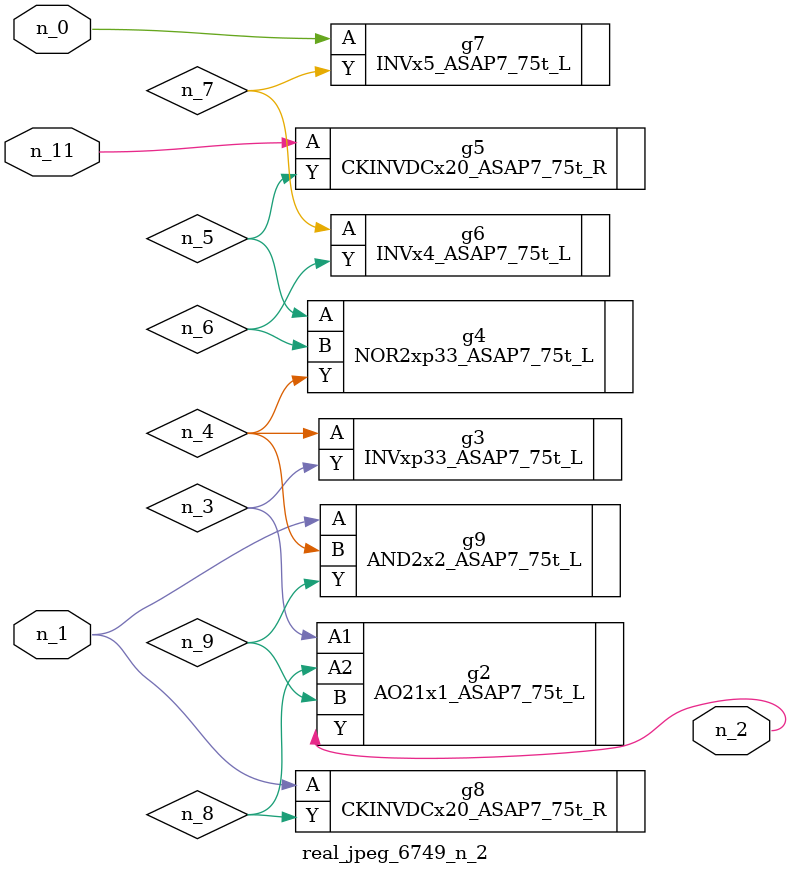
<source format=v>
module real_jpeg_6749_n_2 (n_1, n_11, n_0, n_2);

input n_1;
input n_11;
input n_0;

output n_2;

wire n_5;
wire n_8;
wire n_4;
wire n_6;
wire n_7;
wire n_3;
wire n_9;

INVx5_ASAP7_75t_L g7 ( 
.A(n_0),
.Y(n_7)
);

CKINVDCx20_ASAP7_75t_R g8 ( 
.A(n_1),
.Y(n_8)
);

AND2x2_ASAP7_75t_L g9 ( 
.A(n_1),
.B(n_4),
.Y(n_9)
);

AO21x1_ASAP7_75t_L g2 ( 
.A1(n_3),
.A2(n_8),
.B(n_9),
.Y(n_2)
);

INVxp33_ASAP7_75t_L g3 ( 
.A(n_4),
.Y(n_3)
);

NOR2xp33_ASAP7_75t_L g4 ( 
.A(n_5),
.B(n_6),
.Y(n_4)
);

INVx4_ASAP7_75t_L g6 ( 
.A(n_7),
.Y(n_6)
);

CKINVDCx20_ASAP7_75t_R g5 ( 
.A(n_11),
.Y(n_5)
);


endmodule
</source>
